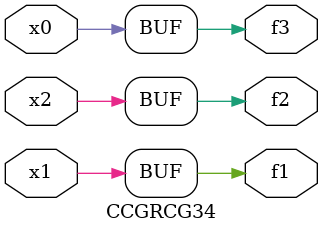
<source format=v>
module CCGRCG34(
	input x0, x1, x2,
	output f1, f2, f3
);
	assign f1 = x1;
	assign f2 = x2;
	assign f3 = x0;
endmodule

</source>
